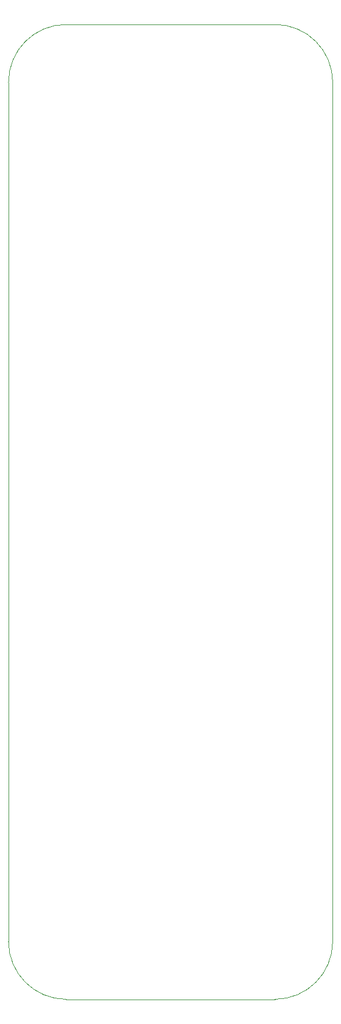
<source format=gbr>
G04 #@! TF.FileFunction,Profile,NP*
%FSLAX46Y46*%
G04 Gerber Fmt 4.6, Leading zero omitted, Abs format (unit mm)*
G04 Created by KiCad (PCBNEW 4.0.6) date 07/28/17 14:14:33*
%MOMM*%
%LPD*%
G01*
G04 APERTURE LIST*
%ADD10C,0.100000*%
G04 APERTURE END LIST*
D10*
X68900000Y-160850000D02*
X97900000Y-160850000D01*
X60900000Y-33850000D02*
G75*
G02X68900000Y-25850000I8000000J0D01*
G01*
X68900000Y-160850000D02*
G75*
G02X60900000Y-152850000I0J8000000D01*
G01*
X68900000Y-25850000D02*
X97900000Y-25850000D01*
X60900000Y-33850000D02*
X60900000Y-152850000D01*
X105900000Y-33850000D02*
X105900000Y-152850000D01*
X97900000Y-25850000D02*
G75*
G02X105900000Y-33850000I0J-8000000D01*
G01*
X105900000Y-152850000D02*
G75*
G02X97900000Y-160850000I-8000000J0D01*
G01*
M02*

</source>
